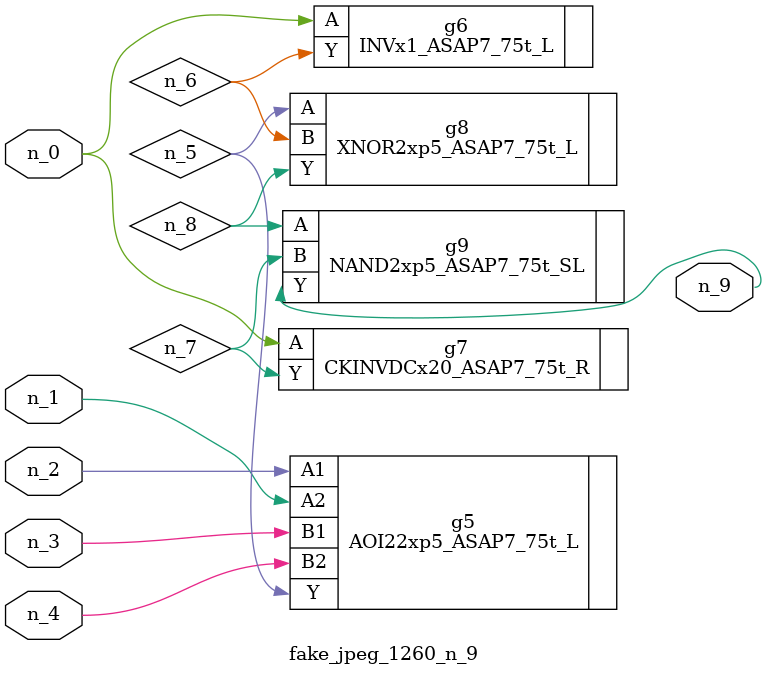
<source format=v>
module fake_jpeg_1260_n_9 (n_3, n_2, n_1, n_0, n_4, n_9);

input n_3;
input n_2;
input n_1;
input n_0;
input n_4;

output n_9;

wire n_8;
wire n_6;
wire n_5;
wire n_7;

AOI22xp5_ASAP7_75t_L g5 ( 
.A1(n_2),
.A2(n_1),
.B1(n_3),
.B2(n_4),
.Y(n_5)
);

INVx1_ASAP7_75t_L g6 ( 
.A(n_0),
.Y(n_6)
);

CKINVDCx20_ASAP7_75t_R g7 ( 
.A(n_0),
.Y(n_7)
);

XNOR2xp5_ASAP7_75t_L g8 ( 
.A(n_5),
.B(n_6),
.Y(n_8)
);

NAND2xp5_ASAP7_75t_SL g9 ( 
.A(n_8),
.B(n_7),
.Y(n_9)
);


endmodule
</source>
